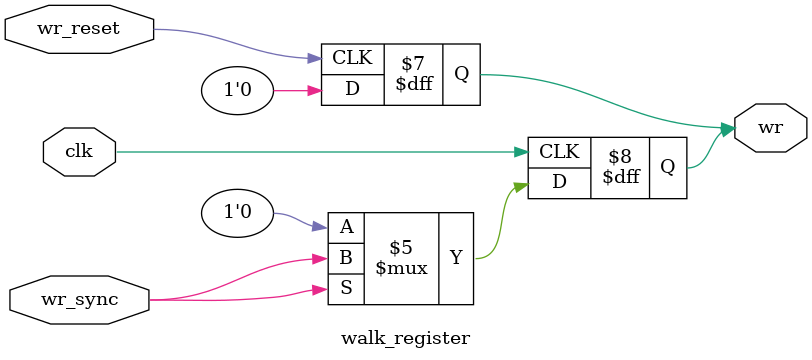
<source format=v>

module walk_register(clk, wr_sync, wr_reset, wr);

input clk,wr_sync,wr_reset;
output reg wr;

always @(posedge clk)
begin

    if(wr_sync== 1'b1)
        wr = wr_sync;

    else
        wr = 1'b0;

end

always @(posedge wr_reset)
begin
    wr = 1'b0;
end


endmodule

</source>
